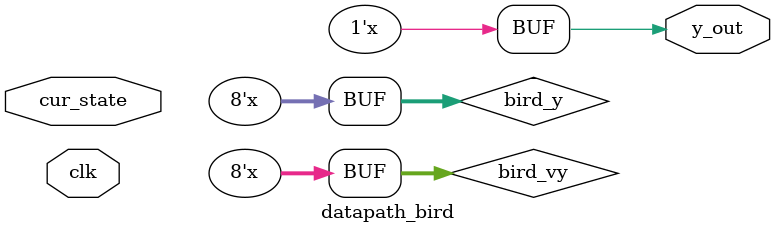
<source format=v>
module datapath_bird(input clk, input [1:0] cur_state, output y_out);
    
    // registers
	reg [7:0] bird_vy = 8'd0;
	reg [7:0] bird_y = 8'd60;

	//localparam BIRD_Y_START = 8'b00111100; //Bird starts at y=60
	//localparam BIRD_VY_START = 8'b00000000; //Bird's vertical speed starts at 0
	localparam BIRD_VY_SPEED = 8'b00000100; //Bird's vertical speed decreases by speed 4
	localparam BIRD_VY_JUMP = 8'b00001010; //When bird jumps, velocity becomes 10
	
	localparam GRAVITY = 8'b0000001000;

	localparam UPDATE_BIRD_Y = 6'd0,
		   UPDATE_BIRD_VY = 6'd1;

    	// State mapping
    	always @(*)
    	begin
        	case (cur_state)
			UPDATE_BIRD_Y:
				begin
					bird_y <= bird_y + bird_vy;
				end
			UPDATE_BIRD_VY:
				begin
					bird_vy <= bird_vy - GRAVITY;
				end
        	endcase
    	end
	 
	assign y_out = bird_y;
    
endmodule

</source>
